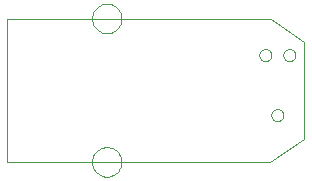
<source format=gm1>
G75*
%MOIN*%
%OFA0B0*%
%FSLAX24Y24*%
%IPPOS*%
%LPD*%
%AMOC8*
5,1,8,0,0,1.08239X$1,22.5*
%
%ADD10C,0.0000*%
D10*
X007480Y003630D02*
X007480Y008400D01*
X016260Y008400D01*
X017380Y007630D01*
X017380Y004380D01*
X016230Y003630D01*
X007480Y003630D01*
X010298Y003620D02*
X010300Y003664D01*
X010306Y003708D01*
X010316Y003751D01*
X010329Y003793D01*
X010347Y003833D01*
X010368Y003872D01*
X010392Y003909D01*
X010419Y003944D01*
X010450Y003976D01*
X010483Y004005D01*
X010519Y004031D01*
X010557Y004053D01*
X010597Y004072D01*
X010638Y004088D01*
X010681Y004100D01*
X010724Y004108D01*
X010768Y004112D01*
X010812Y004112D01*
X010856Y004108D01*
X010899Y004100D01*
X010942Y004088D01*
X010983Y004072D01*
X011023Y004053D01*
X011061Y004031D01*
X011097Y004005D01*
X011130Y003976D01*
X011161Y003944D01*
X011188Y003909D01*
X011212Y003872D01*
X011233Y003833D01*
X011251Y003793D01*
X011264Y003751D01*
X011274Y003708D01*
X011280Y003664D01*
X011282Y003620D01*
X011280Y003576D01*
X011274Y003532D01*
X011264Y003489D01*
X011251Y003447D01*
X011233Y003407D01*
X011212Y003368D01*
X011188Y003331D01*
X011161Y003296D01*
X011130Y003264D01*
X011097Y003235D01*
X011061Y003209D01*
X011023Y003187D01*
X010983Y003168D01*
X010942Y003152D01*
X010899Y003140D01*
X010856Y003132D01*
X010812Y003128D01*
X010768Y003128D01*
X010724Y003132D01*
X010681Y003140D01*
X010638Y003152D01*
X010597Y003168D01*
X010557Y003187D01*
X010519Y003209D01*
X010483Y003235D01*
X010450Y003264D01*
X010419Y003296D01*
X010392Y003331D01*
X010368Y003368D01*
X010347Y003407D01*
X010329Y003447D01*
X010316Y003489D01*
X010306Y003532D01*
X010300Y003576D01*
X010298Y003620D01*
X015880Y007180D02*
X015882Y007208D01*
X015888Y007235D01*
X015897Y007261D01*
X015910Y007286D01*
X015927Y007309D01*
X015946Y007329D01*
X015968Y007346D01*
X015992Y007360D01*
X016018Y007370D01*
X016045Y007377D01*
X016073Y007380D01*
X016101Y007379D01*
X016128Y007374D01*
X016155Y007365D01*
X016180Y007353D01*
X016203Y007338D01*
X016224Y007319D01*
X016242Y007298D01*
X016257Y007274D01*
X016268Y007248D01*
X016276Y007222D01*
X016280Y007194D01*
X016280Y007166D01*
X016276Y007138D01*
X016268Y007112D01*
X016257Y007086D01*
X016242Y007062D01*
X016224Y007041D01*
X016203Y007022D01*
X016180Y007007D01*
X016155Y006995D01*
X016128Y006986D01*
X016101Y006981D01*
X016073Y006980D01*
X016045Y006983D01*
X016018Y006990D01*
X015992Y007000D01*
X015968Y007014D01*
X015946Y007031D01*
X015927Y007051D01*
X015910Y007074D01*
X015897Y007099D01*
X015888Y007125D01*
X015882Y007152D01*
X015880Y007180D01*
X016680Y007180D02*
X016682Y007208D01*
X016688Y007235D01*
X016697Y007261D01*
X016710Y007286D01*
X016727Y007309D01*
X016746Y007329D01*
X016768Y007346D01*
X016792Y007360D01*
X016818Y007370D01*
X016845Y007377D01*
X016873Y007380D01*
X016901Y007379D01*
X016928Y007374D01*
X016955Y007365D01*
X016980Y007353D01*
X017003Y007338D01*
X017024Y007319D01*
X017042Y007298D01*
X017057Y007274D01*
X017068Y007248D01*
X017076Y007222D01*
X017080Y007194D01*
X017080Y007166D01*
X017076Y007138D01*
X017068Y007112D01*
X017057Y007086D01*
X017042Y007062D01*
X017024Y007041D01*
X017003Y007022D01*
X016980Y007007D01*
X016955Y006995D01*
X016928Y006986D01*
X016901Y006981D01*
X016873Y006980D01*
X016845Y006983D01*
X016818Y006990D01*
X016792Y007000D01*
X016768Y007014D01*
X016746Y007031D01*
X016727Y007051D01*
X016710Y007074D01*
X016697Y007099D01*
X016688Y007125D01*
X016682Y007152D01*
X016680Y007180D01*
X016280Y005180D02*
X016282Y005208D01*
X016288Y005235D01*
X016297Y005261D01*
X016310Y005286D01*
X016327Y005309D01*
X016346Y005329D01*
X016368Y005346D01*
X016392Y005360D01*
X016418Y005370D01*
X016445Y005377D01*
X016473Y005380D01*
X016501Y005379D01*
X016528Y005374D01*
X016555Y005365D01*
X016580Y005353D01*
X016603Y005338D01*
X016624Y005319D01*
X016642Y005298D01*
X016657Y005274D01*
X016668Y005248D01*
X016676Y005222D01*
X016680Y005194D01*
X016680Y005166D01*
X016676Y005138D01*
X016668Y005112D01*
X016657Y005086D01*
X016642Y005062D01*
X016624Y005041D01*
X016603Y005022D01*
X016580Y005007D01*
X016555Y004995D01*
X016528Y004986D01*
X016501Y004981D01*
X016473Y004980D01*
X016445Y004983D01*
X016418Y004990D01*
X016392Y005000D01*
X016368Y005014D01*
X016346Y005031D01*
X016327Y005051D01*
X016310Y005074D01*
X016297Y005099D01*
X016288Y005125D01*
X016282Y005152D01*
X016280Y005180D01*
X010298Y008400D02*
X010300Y008444D01*
X010306Y008488D01*
X010316Y008531D01*
X010329Y008573D01*
X010347Y008613D01*
X010368Y008652D01*
X010392Y008689D01*
X010419Y008724D01*
X010450Y008756D01*
X010483Y008785D01*
X010519Y008811D01*
X010557Y008833D01*
X010597Y008852D01*
X010638Y008868D01*
X010681Y008880D01*
X010724Y008888D01*
X010768Y008892D01*
X010812Y008892D01*
X010856Y008888D01*
X010899Y008880D01*
X010942Y008868D01*
X010983Y008852D01*
X011023Y008833D01*
X011061Y008811D01*
X011097Y008785D01*
X011130Y008756D01*
X011161Y008724D01*
X011188Y008689D01*
X011212Y008652D01*
X011233Y008613D01*
X011251Y008573D01*
X011264Y008531D01*
X011274Y008488D01*
X011280Y008444D01*
X011282Y008400D01*
X011280Y008356D01*
X011274Y008312D01*
X011264Y008269D01*
X011251Y008227D01*
X011233Y008187D01*
X011212Y008148D01*
X011188Y008111D01*
X011161Y008076D01*
X011130Y008044D01*
X011097Y008015D01*
X011061Y007989D01*
X011023Y007967D01*
X010983Y007948D01*
X010942Y007932D01*
X010899Y007920D01*
X010856Y007912D01*
X010812Y007908D01*
X010768Y007908D01*
X010724Y007912D01*
X010681Y007920D01*
X010638Y007932D01*
X010597Y007948D01*
X010557Y007967D01*
X010519Y007989D01*
X010483Y008015D01*
X010450Y008044D01*
X010419Y008076D01*
X010392Y008111D01*
X010368Y008148D01*
X010347Y008187D01*
X010329Y008227D01*
X010316Y008269D01*
X010306Y008312D01*
X010300Y008356D01*
X010298Y008400D01*
M02*

</source>
